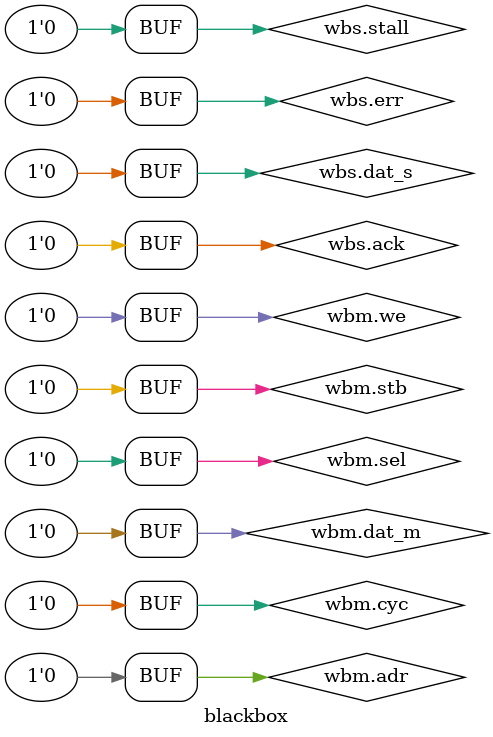
<source format=sv>
module blackbox(
    wb_if.master           wbm,
    wb_if.slave            wbs);

    logic unused = &{wbs.cyc, wbs.stb, wbs.adr, wbs.dat_m, wbs.sel, wbs.we, wbm.dat_s, wbm.ack, wbm.err, wbm.stall, wbm.rst, wbm.clk, wbs.rst, wbs.clk};

    assign wbm.cyc = 1'b0;
    assign wbm.stb = 1'b0;
    assign wbm.dat_m = 32'b0;
    assign wbm.adr = 32'b0;
    assign wbm.we = 1'b0;
    assign wbm.sel = 4'b0;

    assign wbs.ack = 1'b0;
    assign wbs.stall = 1'b0;
    assign wbs.err = 1'b0;
    assign wbs.dat_s = 32'b0;
endmodule

</source>
